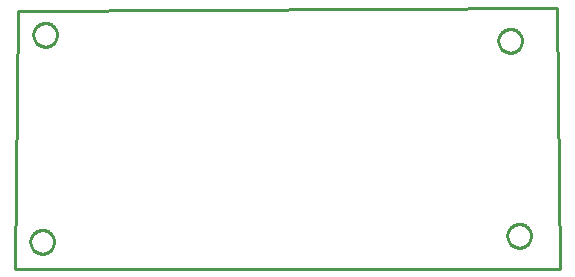
<source format=gbr>
G04 EAGLE Gerber RS-274X export*
G75*
%MOMM*%
%FSLAX34Y34*%
%LPD*%
%IN*%
%IPPOS*%
%AMOC8*
5,1,8,0,0,1.08239X$1,22.5*%
G01*
%ADD10C,0.254000*%


D10*
X-7620Y0D02*
X453900Y0D01*
X451360Y220880D01*
X-5080Y218340D01*
X-7620Y0D01*
X27780Y197683D02*
X27704Y196814D01*
X27552Y195954D01*
X27326Y195110D01*
X27028Y194290D01*
X26659Y193498D01*
X26222Y192742D01*
X25721Y192027D01*
X25160Y191358D01*
X24542Y190740D01*
X23873Y190179D01*
X23158Y189678D01*
X22402Y189241D01*
X21610Y188872D01*
X20790Y188574D01*
X19946Y188348D01*
X19087Y188196D01*
X18217Y188120D01*
X17343Y188120D01*
X16474Y188196D01*
X15614Y188348D01*
X14770Y188574D01*
X13950Y188872D01*
X13158Y189241D01*
X12402Y189678D01*
X11687Y190179D01*
X11018Y190740D01*
X10400Y191358D01*
X9839Y192027D01*
X9338Y192742D01*
X8901Y193498D01*
X8532Y194290D01*
X8234Y195110D01*
X8008Y195954D01*
X7856Y196814D01*
X7780Y197683D01*
X7780Y198557D01*
X7856Y199427D01*
X8008Y200286D01*
X8234Y201130D01*
X8532Y201950D01*
X8901Y202742D01*
X9338Y203498D01*
X9839Y204213D01*
X10400Y204882D01*
X11018Y205500D01*
X11687Y206061D01*
X12402Y206562D01*
X13158Y206999D01*
X13950Y207368D01*
X14770Y207666D01*
X15614Y207892D01*
X16474Y208044D01*
X17343Y208120D01*
X18217Y208120D01*
X19087Y208044D01*
X19946Y207892D01*
X20790Y207666D01*
X21610Y207368D01*
X22402Y206999D01*
X23158Y206562D01*
X23873Y206061D01*
X24542Y205500D01*
X25160Y204882D01*
X25721Y204213D01*
X26222Y203498D01*
X26659Y202742D01*
X27028Y201950D01*
X27326Y201130D01*
X27552Y200286D01*
X27704Y199427D01*
X27780Y198557D01*
X27780Y197683D01*
X25240Y22423D02*
X25164Y21554D01*
X25012Y20694D01*
X24786Y19850D01*
X24488Y19030D01*
X24119Y18238D01*
X23682Y17482D01*
X23181Y16767D01*
X22620Y16098D01*
X22002Y15480D01*
X21333Y14919D01*
X20618Y14418D01*
X19862Y13981D01*
X19070Y13612D01*
X18250Y13314D01*
X17406Y13088D01*
X16547Y12936D01*
X15677Y12860D01*
X14803Y12860D01*
X13934Y12936D01*
X13074Y13088D01*
X12230Y13314D01*
X11410Y13612D01*
X10618Y13981D01*
X9862Y14418D01*
X9147Y14919D01*
X8478Y15480D01*
X7860Y16098D01*
X7299Y16767D01*
X6798Y17482D01*
X6361Y18238D01*
X5992Y19030D01*
X5694Y19850D01*
X5468Y20694D01*
X5316Y21554D01*
X5240Y22423D01*
X5240Y23297D01*
X5316Y24167D01*
X5468Y25026D01*
X5694Y25870D01*
X5992Y26690D01*
X6361Y27482D01*
X6798Y28238D01*
X7299Y28953D01*
X7860Y29622D01*
X8478Y30240D01*
X9147Y30801D01*
X9862Y31302D01*
X10618Y31739D01*
X11410Y32108D01*
X12230Y32406D01*
X13074Y32632D01*
X13934Y32784D01*
X14803Y32860D01*
X15677Y32860D01*
X16547Y32784D01*
X17406Y32632D01*
X18250Y32406D01*
X19070Y32108D01*
X19862Y31739D01*
X20618Y31302D01*
X21333Y30801D01*
X22002Y30240D01*
X22620Y29622D01*
X23181Y28953D01*
X23682Y28238D01*
X24119Y27482D01*
X24488Y26690D01*
X24786Y25870D01*
X25012Y25026D01*
X25164Y24167D01*
X25240Y23297D01*
X25240Y22423D01*
X421480Y192603D02*
X421404Y191734D01*
X421252Y190874D01*
X421026Y190030D01*
X420728Y189210D01*
X420359Y188418D01*
X419922Y187662D01*
X419421Y186947D01*
X418860Y186278D01*
X418242Y185660D01*
X417573Y185099D01*
X416858Y184598D01*
X416102Y184161D01*
X415310Y183792D01*
X414490Y183494D01*
X413646Y183268D01*
X412787Y183116D01*
X411917Y183040D01*
X411043Y183040D01*
X410174Y183116D01*
X409314Y183268D01*
X408470Y183494D01*
X407650Y183792D01*
X406858Y184161D01*
X406102Y184598D01*
X405387Y185099D01*
X404718Y185660D01*
X404100Y186278D01*
X403539Y186947D01*
X403038Y187662D01*
X402601Y188418D01*
X402232Y189210D01*
X401934Y190030D01*
X401708Y190874D01*
X401556Y191734D01*
X401480Y192603D01*
X401480Y193477D01*
X401556Y194347D01*
X401708Y195206D01*
X401934Y196050D01*
X402232Y196870D01*
X402601Y197662D01*
X403038Y198418D01*
X403539Y199133D01*
X404100Y199802D01*
X404718Y200420D01*
X405387Y200981D01*
X406102Y201482D01*
X406858Y201919D01*
X407650Y202288D01*
X408470Y202586D01*
X409314Y202812D01*
X410174Y202964D01*
X411043Y203040D01*
X411917Y203040D01*
X412787Y202964D01*
X413646Y202812D01*
X414490Y202586D01*
X415310Y202288D01*
X416102Y201919D01*
X416858Y201482D01*
X417573Y200981D01*
X418242Y200420D01*
X418860Y199802D01*
X419421Y199133D01*
X419922Y198418D01*
X420359Y197662D01*
X420728Y196870D01*
X421026Y196050D01*
X421252Y195206D01*
X421404Y194347D01*
X421480Y193477D01*
X421480Y192603D01*
X429100Y27503D02*
X429024Y26634D01*
X428872Y25774D01*
X428646Y24930D01*
X428348Y24110D01*
X427979Y23318D01*
X427542Y22562D01*
X427041Y21847D01*
X426480Y21178D01*
X425862Y20560D01*
X425193Y19999D01*
X424478Y19498D01*
X423722Y19061D01*
X422930Y18692D01*
X422110Y18394D01*
X421266Y18168D01*
X420407Y18016D01*
X419537Y17940D01*
X418663Y17940D01*
X417794Y18016D01*
X416934Y18168D01*
X416090Y18394D01*
X415270Y18692D01*
X414478Y19061D01*
X413722Y19498D01*
X413007Y19999D01*
X412338Y20560D01*
X411720Y21178D01*
X411159Y21847D01*
X410658Y22562D01*
X410221Y23318D01*
X409852Y24110D01*
X409554Y24930D01*
X409328Y25774D01*
X409176Y26634D01*
X409100Y27503D01*
X409100Y28377D01*
X409176Y29247D01*
X409328Y30106D01*
X409554Y30950D01*
X409852Y31770D01*
X410221Y32562D01*
X410658Y33318D01*
X411159Y34033D01*
X411720Y34702D01*
X412338Y35320D01*
X413007Y35881D01*
X413722Y36382D01*
X414478Y36819D01*
X415270Y37188D01*
X416090Y37486D01*
X416934Y37712D01*
X417794Y37864D01*
X418663Y37940D01*
X419537Y37940D01*
X420407Y37864D01*
X421266Y37712D01*
X422110Y37486D01*
X422930Y37188D01*
X423722Y36819D01*
X424478Y36382D01*
X425193Y35881D01*
X425862Y35320D01*
X426480Y34702D01*
X427041Y34033D01*
X427542Y33318D01*
X427979Y32562D01*
X428348Y31770D01*
X428646Y30950D01*
X428872Y30106D01*
X429024Y29247D01*
X429100Y28377D01*
X429100Y27503D01*
M02*

</source>
